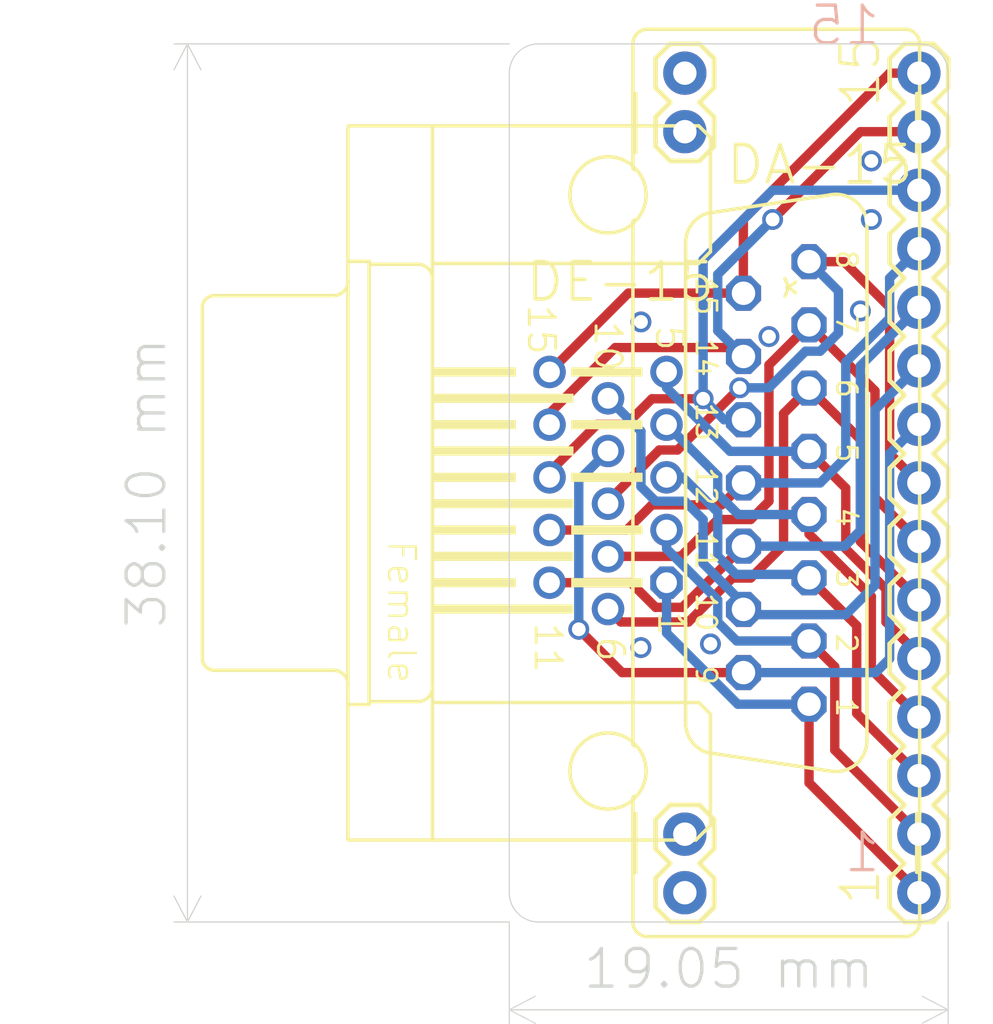
<source format=kicad_pcb>
(kicad_pcb (version 20241229) (generator "pcbnew") (generator_version "9.0")
  (layers (0 "F.Cu" signal) (2 "B.Cu" signal) (13 "F.Paste" user) (15 "B.Paste" user) (5 "F.SilkS" user "F.Silkscreen") (7 "B.SilkS" user "B.Silkscreen") (1 "F.Mask" user) (3 "B.Mask" user) (25 "Edge.Cuts" user))
  (net 0 "")
  (net 1 "1")
  (net 2 "2")
  (net 3 "3")
  (net 4 "4")
  (net 5 "5")
  (net 6 "6")
  (net 7 "7")
  (net 8 "8")
  (net 9 "9")
  (net 10 "15")
  (net 11 "14")
  (net 12 "13")
  (net 13 "12")
  (net 14 "11")
  (net 15 "10")
  (net 16 "SHIELD")
  (footprint "DA-15_DB-9_DE-15:dummyfp1" (layer "F.Cu") (at 150.4061 88.33485)
    (property "Reference" "UNK_HOLE_1" (hide yes))
    (property "Value" "")
    (pad "" np_thru_hole circle (at 0 0) (size 3.2 3.2) (drill 3.2) (layers "*.Cu" "*.Mask"))
  )
  (footprint "DA-15_DB-9_DE-15:dummyfp2" (layer "F.Cu") (at 150.56485 96.58985)
    (property "Reference" "UNK_HOLE_2" (hide yes))
    (property "Value" "")
    (pad "" np_thru_hole circle (at 0 0) (size 0.8 0.8) (drill 0.8) (layers "*.Cu" "*.Mask"))
  )
  (footprint "DA-15_DB-9_DE-15:HDF15H" (layer "F.Cu") (at 143.26235 105.0036 -90)
    (property "Reference" "DE-15" (at -7.77875 3.65125 0) (layer "F.SilkS") (effects (font (size 1.61798 1.61798) (thickness 0.16002)) (justify left bottom)))
    (property "Value" "")
    (fp_line (start 7.62 17.607) (end -7.62 17.607) (stroke (width 0.1524)) (layer "F.SilkS"))
    (fp_line (start -8.128 11.919) (end -8.128 17.099) (stroke (width 0.1524)) (layer "F.SilkS"))
    (fp_line (start 8.128 11.919) (end 8.128 17.099) (stroke (width 0.1524)) (layer "F.SilkS"))
    (fp_line (start 15.476 11.294) (end -15.38 11.294) (stroke (width 0.1524)) (layer "F.SilkS"))
    (fp_line (start -15.494 11.276) (end -15.494 7.62) (stroke (width 0.1524)) (layer "F.SilkS"))
    (fp_line (start -9.614 10.368) (end -9.614 11.276) (stroke (width 0.1524)) (layer "F.SilkS"))
    (fp_line (start -9.487 10.368) (end -9.614 10.368) (stroke (width 0.1524)) (layer "F.SilkS"))
    (fp_line (start 9.487 10.368) (end -9.487 10.368) (stroke (width 0.1524)) (layer "F.SilkS"))
    (fp_line (start 9.614 10.368) (end 9.614 11.276) (stroke (width 0.1524)) (layer "F.SilkS"))
    (fp_line (start 9.614 10.368) (end 9.487 10.368) (stroke (width 0.1524)) (layer "F.SilkS"))
    (fp_line (start -9.487 8.255) (end -9.487 10.368) (stroke (width 0.1524)) (layer "F.SilkS"))
    (fp_line (start 9.487 8.255) (end 9.487 10.368) (stroke (width 0.1524)) (layer "F.SilkS"))
    (fp_line (start 15.475 7.62) (end -15.494 7.62) (stroke (width 0.1524)) (layer "F.SilkS"))
    (fp_line (start 15.494 -3.81) (end 15.494 11.276) (stroke (width 0.1524)) (layer "F.SilkS"))
    (fp_line (start -15.494 -3.937) (end -15.494 7.62) (stroke (width 0.1524)) (layer "F.SilkS"))
    (fp_line (start -9.525 -3.937) (end -9.525 7.62) (stroke (width 0.1524)) (layer "F.SilkS"))
    (fp_line (start -9.525 -3.937) (end -10.033 -4.445) (stroke (width 0.1524)) (layer "F.SilkS"))
    (fp_line (start 9.525 -3.937) (end 9.525 7.62) (stroke (width 0.1524)) (layer "F.SilkS"))
    (fp_line (start -14.986 -4.445) (end -15.494 -3.937) (stroke (width 0.1524)) (layer "F.SilkS"))
    (fp_line (start -10.033 -4.445) (end -14.986 -4.445) (stroke (width 0.1524)) (layer "F.SilkS"))
    (fp_line (start 10.033 -4.445) (end 9.525 -3.937) (stroke (width 0.1524)) (layer "F.SilkS"))
    (fp_line (start 10.033 -4.445) (end 14.859 -4.445) (stroke (width 0.1524)) (layer "F.SilkS"))
    (fp_line (start 14.859 -4.445) (end 15.494 -3.81) (stroke (width 0.1524)) (layer "F.SilkS"))
    (fp_arc (start -7.62 17.607) (mid -7.97921 17.45821) (end -8.128 17.099) (stroke (width 0.1524)) (layer "F.SilkS"))
    (fp_arc (start 8.128 17.099) (mid 7.97921 17.45821) (end 7.62 17.607) (stroke (width 0.1524)) (layer "F.SilkS"))
    (fp_arc (start 8.128 11.919) (mid 8.313987 11.469987) (end 8.763 11.284) (stroke (width 0.1524)) (layer "F.SilkS"))
    (fp_arc (start -8.763 11.284) (mid -8.313987 11.469987) (end -8.128 11.919) (stroke (width 0.1524)) (layer "F.SilkS"))
    (fp_arc (start -9.487 8.255) (mid -9.301013 7.805987) (end -8.852 7.62) (stroke (width 0.1524)) (layer "F.SilkS"))
    (fp_arc (start 8.852 7.62) (mid 9.301013 7.805987) (end 9.487 8.255) (stroke (width 0.1524)) (layer "F.SilkS"))
    (fp_circle (center -12.5 0) (end -10.849 0) (stroke (width 0.1524)) (fill no) (layer "F.SilkS"))
    (fp_circle (center 12.5 0) (end 14.151 0) (stroke (width 0.1524)) (fill no) (layer "F.SilkS"))
    (fp_poly (pts (xy -5.015 7.6) (xy -4.615 7.6) (xy -4.615 4) (xy -5.015 4)) (fill yes) (layer "F.SilkS"))
    (fp_poly (pts (xy -3.872 7.6) (xy -3.472 7.6) (xy -3.472 1.5) (xy -3.872 1.5)) (fill yes) (layer "F.SilkS"))
    (fp_poly (pts (xy -2.729 7.6) (xy -2.329 7.6) (xy -2.329 4) (xy -2.729 4)) (fill yes) (layer "F.SilkS"))
    (fp_poly (pts (xy -1.586 7.6) (xy -1.186 7.6) (xy -1.186 1.5) (xy -1.586 1.5)) (fill yes) (layer "F.SilkS"))
    (fp_poly (pts (xy -0.443 7.6) (xy -0.043 7.6) (xy -0.043 4) (xy -0.443 4)) (fill yes) (layer "F.SilkS"))
    (fp_poly (pts (xy 0.7 7.6) (xy 1.1 7.6) (xy 1.1 1.5) (xy 0.7 1.5)) (fill yes) (layer "F.SilkS"))
    (fp_poly (pts (xy 1.843 7.6) (xy 2.243 7.6) (xy 2.243 4) (xy 1.843 4)) (fill yes) (layer "F.SilkS"))
    (fp_poly (pts (xy 2.986 7.6) (xy 3.386 7.6) (xy 3.386 1.5) (xy 2.986 1.5)) (fill yes) (layer "F.SilkS"))
    (fp_poly (pts (xy 4.129 7.6) (xy 4.529 7.6) (xy 4.529 4) (xy 4.129 4)) (fill yes) (layer "F.SilkS"))
    (fp_poly (pts (xy 5.272 7.6) (xy 5.672 7.6) (xy 5.672 1.5) (xy 5.272 1.5)) (fill yes) (layer "F.SilkS"))
    (fp_poly (pts (xy -5.015 1.6) (xy -4.615 1.6) (xy -4.615 -1.5) (xy -5.015 -1.5)) (fill yes) (layer "F.SilkS"))
    (fp_poly (pts (xy -2.729 1.6) (xy -2.329 1.6) (xy -2.329 -1.5) (xy -2.729 -1.5)) (fill yes) (layer "F.SilkS"))
    (fp_poly (pts (xy -0.443 1.6) (xy -0.043 1.6) (xy -0.043 -1.5) (xy -0.443 -1.5)) (fill yes) (layer "F.SilkS"))
    (fp_poly (pts (xy 1.843 1.6) (xy 2.243 1.6) (xy 2.243 -1.5) (xy 1.843 -1.5)) (fill yes) (layer "F.SilkS"))
    (fp_poly (pts (xy 4.129 1.6) (xy 4.529 1.6) (xy 4.529 -1.5) (xy 4.129 -1.5)) (fill yes) (layer "F.SilkS"))
    (fp_text user "6" (at 6.58 0.565 270) (layer "F.SilkS") (effects (font (size 1.143 1.143) (thickness 0.127)) (justify left bottom)))
    (fp_text user "11" (at 5.98 3.265 270) (layer "F.SilkS") (effects (font (size 1.143 1.143) (thickness 0.127)) (justify left bottom)))
    (fp_text user "10" (at -7.115 0.665 270) (layer "F.SilkS") (effects (font (size 1.143 1.143) (thickness 0.127)) (justify left bottom)))
    (fp_text user "Female" (at 2.413 9.652 270) (layer "F.SilkS") (effects (font (size 1.1684 1.1684) (thickness 0.1016)) (justify left bottom)))
    (fp_text user "15" (at -7.82 3.565 270) (layer "F.SilkS") (effects (font (size 1.143 1.143) (thickness 0.127)) (justify left bottom)))
    (fp_text user "1" (at 5.48 -2.095 270) (layer "F.SilkS") (effects (font (size 1.143 1.143) (thickness 0.127)) (justify left bottom)))
    (fp_text user "5" (at -6.915 -1.995 270) (layer "F.SilkS") (effects (font (size 1.143 1.143) (thickness 0.127)) (justify left bottom)))
    (pad "" np_thru_hole circle (at -12.5 0 270) (size 3 3) (drill 3) (layers "*.Cu" "*.Mask"))
    (pad "" np_thru_hole circle (at 12.5 0 270) (size 3 3) (drill 3) (layers "*.Cu" "*.Mask"))
    (pad "1" thru_hole roundrect (at 4.329 -2.54 270) (size 1.408 1.408) (drill 0.9) (layers "*.Cu" "*.Mask") (chamfer_ratio 0.2928932188) (chamfer top_left top_right bottom_left bottom_right) (net 1 "1"))
    (pad "2" thru_hole circle (at 2.043 -2.54 270) (size 1.408 1.408) (drill 0.9) (layers "*.Cu" "*.Mask") (net 2 "2"))
    (pad "3" thru_hole circle (at -0.243 -2.54 270) (size 1.408 1.408) (drill 0.9) (layers "*.Cu" "*.Mask") (net 3 "3"))
    (pad "4" thru_hole circle (at -2.529 -2.54 270) (size 1.408 1.408) (drill 0.9) (layers "*.Cu" "*.Mask") (net 4 "4"))
    (pad "5" thru_hole circle (at -4.815 -2.54 270) (size 1.408 1.408) (drill 0.9) (layers "*.Cu" "*.Mask") (net 5 "5"))
    (pad "6" thru_hole circle (at 5.472 0 270) (size 1.408 1.408) (drill 0.9) (layers "*.Cu" "*.Mask") (net 6 "6"))
    (pad "7" thru_hole circle (at 3.186 0 270) (size 1.408 1.408) (drill 0.9) (layers "*.Cu" "*.Mask") (net 7 "7"))
    (pad "8" thru_hole circle (at 0.9 0 270) (size 1.408 1.408) (drill 0.9) (layers "*.Cu" "*.Mask") (net 8 "8"))
    (pad "9" thru_hole circle (at -1.386 0 270) (size 1.408 1.408) (drill 0.9) (layers "*.Cu" "*.Mask") (net 9 "9"))
    (pad "10" thru_hole circle (at -3.672 0 270) (size 1.408 1.408) (drill 0.9) (layers "*.Cu" "*.Mask") (net 15 "10"))
    (pad "11" thru_hole circle (at 4.329 2.54 270) (size 1.408 1.408) (drill 0.9) (layers "*.Cu" "*.Mask") (net 14 "11"))
    (pad "12" thru_hole circle (at 2.043 2.54 270) (size 1.408 1.408) (drill 0.9) (layers "*.Cu" "*.Mask") (net 13 "12"))
    (pad "13" thru_hole circle (at -0.243 2.54 270) (size 1.408 1.408) (drill 0.9) (layers "*.Cu" "*.Mask") (net 12 "13"))
    (pad "14" thru_hole circle (at -2.529 2.54 270) (size 1.408 1.408) (drill 0.9) (layers "*.Cu" "*.Mask") (net 11 "14"))
    (pad "15" thru_hole circle (at -4.815 2.54 270) (size 1.408 1.408) (drill 0.9) (layers "*.Cu" "*.Mask") (net 10 "15"))
  )
  (footprint "DA-15_DB-9_DE-15:1X15" (layer "F.Cu") (at 156.7561 122.7836 90)
    (property "Reference" "HEADER0" (hide yes))
    (property "Value" "")
    (fp_line (start 36.195 -1.27) (end 36.83 -0.635) (stroke (width 0.2032)) (layer "F.SilkS"))
    (fp_line (start 34.925 -1.27) (end 36.195 -1.27) (stroke (width 0.2032)) (layer "F.SilkS"))
    (fp_line (start 34.925 -1.27) (end 34.29 -0.635) (stroke (width 0.2032)) (layer "F.SilkS"))
    (fp_line (start 33.655 -1.27) (end 34.29 -0.635) (stroke (width 0.2032)) (layer "F.SilkS"))
    (fp_line (start 32.385 -1.27) (end 33.655 -1.27) (stroke (width 0.2032)) (layer "F.SilkS"))
    (fp_line (start 32.385 -1.27) (end 31.75 -0.635) (stroke (width 0.2032)) (layer "F.SilkS"))
    (fp_line (start 31.115 -1.27) (end 31.75 -0.635) (stroke (width 0.2032)) (layer "F.SilkS"))
    (fp_line (start 29.845 -1.27) (end 31.115 -1.27) (stroke (width 0.2032)) (layer "F.SilkS"))
    (fp_line (start 28.575 -1.27) (end 29.21 -0.635) (stroke (width 0.2032)) (layer "F.SilkS"))
    (fp_line (start 27.305 -1.27) (end 28.575 -1.27) (stroke (width 0.2032)) (layer "F.SilkS"))
    (fp_line (start 26.035 -1.27) (end 26.67 -0.635) (stroke (width 0.2032)) (layer "F.SilkS"))
    (fp_line (start 24.765 -1.27) (end 26.035 -1.27) (stroke (width 0.2032)) (layer "F.SilkS"))
    (fp_line (start 24.765 -1.27) (end 24.13 -0.635) (stroke (width 0.2032)) (layer "F.SilkS"))
    (fp_line (start 23.495 -1.27) (end 24.13 -0.635) (stroke (width 0.2032)) (layer "F.SilkS"))
    (fp_line (start 22.225 -1.27) (end 23.495 -1.27) (stroke (width 0.2032)) (layer "F.SilkS"))
    (fp_line (start 20.955 -1.27) (end 21.59 -0.635) (stroke (width 0.2032)) (layer "F.SilkS"))
    (fp_line (start 19.685 -1.27) (end 20.955 -1.27) (stroke (width 0.2032)) (layer "F.SilkS"))
    (fp_line (start 18.415 -1.27) (end 19.05 -0.635) (stroke (width 0.2032)) (layer "F.SilkS"))
    (fp_line (start 17.145 -1.27) (end 18.415 -1.27) (stroke (width 0.2032)) (layer "F.SilkS"))
    (fp_line (start 17.145 -1.27) (end 16.51 -0.635) (stroke (width 0.2032)) (layer "F.SilkS"))
    (fp_line (start 15.875 -1.27) (end 16.51 -0.635) (stroke (width 0.2032)) (layer "F.SilkS"))
    (fp_line (start 14.605 -1.27) (end 15.875 -1.27) (stroke (width 0.2032)) (layer "F.SilkS"))
    (fp_line (start 14.605 -1.27) (end 13.97 -0.635) (stroke (width 0.2032)) (layer "F.SilkS"))
    (fp_line (start 13.335 -1.27) (end 13.97 -0.635) (stroke (width 0.2032)) (layer "F.SilkS"))
    (fp_line (start 12.065 -1.27) (end 13.335 -1.27) (stroke (width 0.2032)) (layer "F.SilkS"))
    (fp_line (start 10.795 -1.27) (end 11.43 -0.635) (stroke (width 0.2032)) (layer "F.SilkS"))
    (fp_line (start 9.525 -1.27) (end 10.795 -1.27) (stroke (width 0.2032)) (layer "F.SilkS"))
    (fp_line (start 8.255 -1.27) (end 8.89 -0.635) (stroke (width 0.2032)) (layer "F.SilkS"))
    (fp_line (start 6.985 -1.27) (end 8.255 -1.27) (stroke (width 0.2032)) (layer "F.SilkS"))
    (fp_line (start 6.985 -1.27) (end 6.35 -0.635) (stroke (width 0.2032)) (layer "F.SilkS"))
    (fp_line (start 5.715 -1.27) (end 6.35 -0.635) (stroke (width 0.2032)) (layer "F.SilkS"))
    (fp_line (start 4.445 -1.27) (end 5.715 -1.27) (stroke (width 0.2032)) (layer "F.SilkS"))
    (fp_line (start 3.175 -1.27) (end 3.81 -0.635) (stroke (width 0.2032)) (layer "F.SilkS"))
    (fp_line (start 1.905 -1.27) (end 3.175 -1.27) (stroke (width 0.2032)) (layer "F.SilkS"))
    (fp_line (start 0.635 -1.27) (end 1.27 -0.635) (stroke (width 0.2032)) (layer "F.SilkS"))
    (fp_line (start -0.635 -1.27) (end 0.635 -1.27) (stroke (width 0.2032)) (layer "F.SilkS"))
    (fp_line (start -0.635 -1.27) (end -1.27 -0.635) (stroke (width 0.2032)) (layer "F.SilkS"))
    (fp_line (start 36.83 -0.635) (end 36.83 0.635) (stroke (width 0.2032)) (layer "F.SilkS"))
    (fp_line (start 29.21 -0.635) (end 29.845 -1.27) (stroke (width 0.2032)) (layer "F.SilkS"))
    (fp_line (start 26.67 -0.635) (end 27.305 -1.27) (stroke (width 0.2032)) (layer "F.SilkS"))
    (fp_line (start 21.59 -0.635) (end 22.225 -1.27) (stroke (width 0.2032)) (layer "F.SilkS"))
    (fp_line (start 19.05 -0.635) (end 19.685 -1.27) (stroke (width 0.2032)) (layer "F.SilkS"))
    (fp_line (start 11.43 -0.635) (end 12.065 -1.27) (stroke (width 0.2032)) (layer "F.SilkS"))
    (fp_line (start 8.89 -0.635) (end 9.525 -1.27) (stroke (width 0.2032)) (layer "F.SilkS"))
    (fp_line (start 3.81 -0.635) (end 4.445 -1.27) (stroke (width 0.2032)) (layer "F.SilkS"))
    (fp_line (start 1.27 -0.635) (end 1.905 -1.27) (stroke (width 0.2032)) (layer "F.SilkS"))
    (fp_line (start -1.27 -0.635) (end -1.27 0.635) (stroke (width 0.2032)) (layer "F.SilkS"))
    (fp_line (start 36.83 0.635) (end 36.195 1.27) (stroke (width 0.2032)) (layer "F.SilkS"))
    (fp_line (start 34.29 0.635) (end 34.925 1.27) (stroke (width 0.2032)) (layer "F.SilkS"))
    (fp_line (start 34.29 0.635) (end 33.655 1.27) (stroke (width 0.2032)) (layer "F.SilkS"))
    (fp_line (start 31.75 0.635) (end 32.385 1.27) (stroke (width 0.2032)) (layer "F.SilkS"))
    (fp_line (start 31.75 0.635) (end 31.115 1.27) (stroke (width 0.2032)) (layer "F.SilkS"))
    (fp_line (start 29.21 0.635) (end 28.575 1.27) (stroke (width 0.2032)) (layer "F.SilkS"))
    (fp_line (start 26.67 0.635) (end 26.035 1.27) (stroke (width 0.2032)) (layer "F.SilkS"))
    (fp_line (start 24.13 0.635) (end 24.765 1.27) (stroke (width 0.2032)) (layer "F.SilkS"))
    (fp_line (start 24.13 0.635) (end 23.495 1.27) (stroke (width 0.2032)) (layer "F.SilkS"))
    (fp_line (start 21.59 0.635) (end 20.955 1.27) (stroke (width 0.2032)) (layer "F.SilkS"))
    (fp_line (start 19.05 0.635) (end 18.415 1.27) (stroke (width 0.2032)) (layer "F.SilkS"))
    (fp_line (start 16.51 0.635) (end 17.145 1.27) (stroke (width 0.2032)) (layer "F.SilkS"))
    (fp_line (start 16.51 0.635) (end 15.875 1.27) (stroke (width 0.2032)) (layer "F.SilkS"))
    (fp_line (start 13.97 0.635) (end 14.605 1.27) (stroke (width 0.2032)) (layer "F.SilkS"))
    (fp_line (start 13.97 0.635) (end 13.335 1.27) (stroke (width 0.2032)) (layer "F.SilkS"))
    (fp_line (start 11.43 0.635) (end 10.795 1.27) (stroke (width 0.2032)) (layer "F.SilkS"))
    (fp_line (start 8.89 0.635) (end 8.255 1.27) (stroke (width 0.2032)) (layer "F.SilkS"))
    (fp_line (start 6.35 0.635) (end 6.985 1.27) (stroke (width 0.2032)) (layer "F.SilkS"))
    (fp_line (start 6.35 0.635) (end 5.715 1.27) (stroke (width 0.2032)) (layer "F.SilkS"))
    (fp_line (start 3.81 0.635) (end 3.175 1.27) (stroke (width 0.2032)) (layer "F.SilkS"))
    (fp_line (start 1.27 0.635) (end 0.635 1.27) (stroke (width 0.2032)) (layer "F.SilkS"))
    (fp_line (start -1.27 0.635) (end -0.635 1.27) (stroke (width 0.2032)) (layer "F.SilkS"))
    (fp_line (start 36.195 1.27) (end 34.925 1.27) (stroke (width 0.2032)) (layer "F.SilkS"))
    (fp_line (start 33.655 1.27) (end 32.385 1.27) (stroke (width 0.2032)) (layer "F.SilkS"))
    (fp_line (start 31.115 1.27) (end 29.845 1.27) (stroke (width 0.2032)) (layer "F.SilkS"))
    (fp_line (start 29.845 1.27) (end 29.21 0.635) (stroke (width 0.2032)) (layer "F.SilkS"))
    (fp_line (start 28.575 1.27) (end 27.305 1.27) (stroke (width 0.2032)) (layer "F.SilkS"))
    (fp_line (start 27.305 1.27) (end 26.67 0.635) (stroke (width 0.2032)) (layer "F.SilkS"))
    (fp_line (start 26.035 1.27) (end 24.765 1.27) (stroke (width 0.2032)) (layer "F.SilkS"))
    (fp_line (start 23.495 1.27) (end 22.225 1.27) (stroke (width 0.2032)) (layer "F.SilkS"))
    (fp_line (start 22.225 1.27) (end 21.59 0.635) (stroke (width 0.2032)) (layer "F.SilkS"))
    (fp_line (start 20.955 1.27) (end 19.685 1.27) (stroke (width 0.2032)) (layer "F.SilkS"))
    (fp_line (start 19.685 1.27) (end 19.05 0.635) (stroke (width 0.2032)) (layer "F.SilkS"))
    (fp_line (start 18.415 1.27) (end 17.145 1.27) (stroke (width 0.2032)) (layer "F.SilkS"))
    (fp_line (start 15.875 1.27) (end 14.605 1.27) (stroke (width 0.2032)) (layer "F.SilkS"))
    (fp_line (start 13.335 1.27) (end 12.065 1.27) (stroke (width 0.2032)) (layer "F.SilkS"))
    (fp_line (start 12.065 1.27) (end 11.43 0.635) (stroke (width 0.2032)) (layer "F.SilkS"))
    (fp_line (start 10.795 1.27) (end 9.525 1.27) (stroke (width 0.2032)) (layer "F.SilkS"))
    (fp_line (start 9.525 1.27) (end 8.89 0.635) (stroke (width 0.2032)) (layer "F.SilkS"))
    (fp_line (start 8.255 1.27) (end 6.985 1.27) (stroke (width 0.2032)) (layer "F.SilkS"))
    (fp_line (start 5.715 1.27) (end 4.445 1.27) (stroke (width 0.2032)) (layer "F.SilkS"))
    (fp_line (start 4.445 1.27) (end 3.81 0.635) (stroke (width 0.2032)) (layer "F.SilkS"))
    (fp_line (start 3.175 1.27) (end 1.905 1.27) (stroke (width 0.2032)) (layer "F.SilkS"))
    (fp_line (start 1.905 1.27) (end 1.27 0.635) (stroke (width 0.2032)) (layer "F.SilkS"))
    (fp_line (start 0.635 1.27) (end -0.635 1.27) (stroke (width 0.2032)) (layer "F.SilkS"))
    (pad "1" thru_hole circle (at 0 0 180) (size 1.8796 1.8796) (drill 1.016) (layers "*.Cu" "*.Mask") (net 1 "1"))
    (pad "2" thru_hole circle (at 2.54 0 180) (size 1.8796 1.8796) (drill 1.016) (layers "*.Cu" "*.Mask") (net 2 "2"))
    (pad "3" thru_hole circle (at 5.08 0 180) (size 1.8796 1.8796) (drill 1.016) (layers "*.Cu" "*.Mask") (net 3 "3"))
    (pad "4" thru_hole circle (at 7.62 0 180) (size 1.8796 1.8796) (drill 1.016) (layers "*.Cu" "*.Mask") (net 4 "4"))
    (pad "5" thru_hole circle (at 10.16 0 180) (size 1.8796 1.8796) (drill 1.016) (layers "*.Cu" "*.Mask") (net 5 "5"))
    (pad "6" thru_hole circle (at 12.7 0 180) (size 1.8796 1.8796) (drill 1.016) (layers "*.Cu" "*.Mask") (net 6 "6"))
    (pad "7" thru_hole circle (at 15.24 0 180) (size 1.8796 1.8796) (drill 1.016) (layers "*.Cu" "*.Mask") (net 7 "7"))
    (pad "8" thru_hole circle (at 17.78 0 180) (size 1.8796 1.8796) (drill 1.016) (layers "*.Cu" "*.Mask") (net 8 "8"))
    (pad "9" thru_hole circle (at 20.32 0 180) (size 1.8796 1.8796) (drill 1.016) (layers "*.Cu" "*.Mask") (net 9 "9"))
    (pad "10" thru_hole circle (at 22.86 0 180) (size 1.8796 1.8796) (drill 1.016) (layers "*.Cu" "*.Mask") (net 15 "10"))
    (pad "11" thru_hole circle (at 25.4 0 180) (size 1.8796 1.8796) (drill 1.016) (layers "*.Cu" "*.Mask") (net 14 "11"))
    (pad "12" thru_hole circle (at 27.94 0 180) (size 1.8796 1.8796) (drill 1.016) (layers "*.Cu" "*.Mask") (net 13 "12"))
    (pad "13" thru_hole circle (at 30.48 0 180) (size 1.8796 1.8796) (drill 1.016) (layers "*.Cu" "*.Mask") (net 12 "13"))
    (pad "14" thru_hole circle (at 33.02 0 180) (size 1.8796 1.8796) (drill 1.016) (layers "*.Cu" "*.Mask") (net 11 "14"))
    (pad "15" thru_hole circle (at 35.56 0 180) (size 1.8796 1.8796) (drill 1.016) (layers "*.Cu" "*.Mask") (net 10 "15"))
  )
  (footprint "DA-15_DB-9_DE-15:1X02" (layer "F.Cu") (at 146.5961 87.2236 -90)
    (property "Reference" "RAIL2" (hide yes))
    (property "Value" "")
    (fp_line (start 0.635 1.27) (end -0.635 1.27) (stroke (width 0.2032)) (layer "F.SilkS"))
    (fp_line (start 1.905 1.27) (end 1.27 0.635) (stroke (width 0.2032)) (layer "F.SilkS"))
    (fp_line (start 3.175 1.27) (end 1.905 1.27) (stroke (width 0.2032)) (layer "F.SilkS"))
    (fp_line (start -1.27 0.635) (end -0.635 1.27) (stroke (width 0.2032)) (layer "F.SilkS"))
    (fp_line (start 1.27 0.635) (end 0.635 1.27) (stroke (width 0.2032)) (layer "F.SilkS"))
    (fp_line (start 3.81 0.635) (end 3.175 1.27) (stroke (width 0.2032)) (layer "F.SilkS"))
    (fp_line (start -1.27 -0.635) (end -1.27 0.635) (stroke (width 0.2032)) (layer "F.SilkS"))
    (fp_line (start 1.27 -0.635) (end 1.905 -1.27) (stroke (width 0.2032)) (layer "F.SilkS"))
    (fp_line (start 3.81 -0.635) (end 3.81 0.635) (stroke (width 0.2032)) (layer "F.SilkS"))
    (fp_line (start -0.635 -1.27) (end -1.27 -0.635) (stroke (width 0.2032)) (layer "F.SilkS"))
    (fp_line (start -0.635 -1.27) (end 0.635 -1.27) (stroke (width 0.2032)) (layer "F.SilkS"))
    (fp_line (start 0.635 -1.27) (end 1.27 -0.635) (stroke (width 0.2032)) (layer "F.SilkS"))
    (fp_line (start 1.905 -1.27) (end 3.175 -1.27) (stroke (width 0.2032)) (layer "F.SilkS"))
    (fp_line (start 3.175 -1.27) (end 3.81 -0.635) (stroke (width 0.2032)) (layer "F.SilkS"))
    (pad "1" thru_hole circle (at 0 0) (size 1.8796 1.8796) (drill 1.016) (layers "*.Cu" "*.Mask") (net 16 "SHIELD"))
    (pad "2" thru_hole circle (at 2.54 0) (size 1.8796 1.8796) (drill 1.016) (layers "*.Cu" "*.Mask") (net 16 "SHIELD"))
  )
  (footprint "DA-15_DB-9_DE-15:F15VB" (layer "F.Cu") (at 150.56485 105.0036 90)
    (property "Reference" "DA-15" (at 12.85875 -2.25425 0) (layer "F.SilkS") (effects (font (size 1.61798 1.61798) (thickness 0.16002)) (justify left bottom)))
    (property "Value" "")
    (fp_line (start 19.05 -6.223) (end 16.891 -6.223) (stroke (width 0.1524)) (layer "F.SilkS"))
    (fp_line (start 16.891 -6.223) (end 14.351 -6.223) (stroke (width 0.1524)) (layer "F.SilkS"))
    (fp_line (start 16.891 -6.223) (end 16.891 -6.096) (stroke (width 0.1524)) (layer "F.SilkS"))
    (fp_line (start 14.351 -6.223) (end -14.351 -6.223) (stroke (width 0.1524)) (layer "F.SilkS"))
    (fp_line (start -14.351 -6.223) (end -16.891 -6.223) (stroke (width 0.1524)) (layer "F.SilkS"))
    (fp_line (start -14.351 -6.223) (end -14.351 -6.096) (stroke (width 0.1524)) (layer "F.SilkS"))
    (fp_line (start -16.891 -6.223) (end -19.05 -6.223) (stroke (width 0.1524)) (layer "F.SilkS"))
    (fp_line (start 16.891 -6.096) (end 14.351 -6.096) (stroke (width 0.1524)) (layer "F.SilkS"))
    (fp_line (start 14.351 -6.096) (end 14.351 -6.223) (stroke (width 0.1524)) (layer "F.SilkS"))
    (fp_line (start -14.351 -6.096) (end -16.891 -6.096) (stroke (width 0.1524)) (layer "F.SilkS"))
    (fp_line (start -16.891 -6.096) (end -16.891 -6.223) (stroke (width 0.1524)) (layer "F.SilkS"))
    (fp_line (start 10.414 -3.937) (end -10.414 -3.937) (stroke (width 0.1524)) (layer "F.SilkS"))
    (fp_line (start 11.7094 -2.9464) (end 12.4968 2.3368) (stroke (width 0.1524)) (layer "F.SilkS"))
    (fp_line (start -12.4968 2.3114) (end -11.7094 -2.921) (stroke (width 0.1524)) (layer "F.SilkS"))
    (fp_line (start 11.176 3.937) (end -11.176 3.937) (stroke (width 0.1524)) (layer "F.SilkS"))
    (fp_line (start 19.685 5.588) (end 19.685 -5.588) (stroke (width 0.1524)) (layer "F.SilkS"))
    (fp_line (start -19.685 5.588) (end -19.685 -5.588) (stroke (width 0.1524)) (layer "F.SilkS"))
    (fp_line (start 16.891 6.096) (end 14.351 6.096) (stroke (width 0.1524)) (layer "F.SilkS"))
    (fp_line (start 14.351 6.096) (end 14.351 6.223) (stroke (width 0.1524)) (layer "F.SilkS"))
    (fp_line (start -14.351 6.096) (end -16.891 6.096) (stroke (width 0.1524)) (layer "F.SilkS"))
    (fp_line (start -16.891 6.096) (end -16.891 6.223) (stroke (width 0.1524)) (layer "F.SilkS"))
    (fp_line (start 16.891 6.223) (end 16.891 6.096) (stroke (width 0.1524)) (layer "F.SilkS"))
    (fp_line (start 16.891 6.223) (end 19.05 6.223) (stroke (width 0.1524)) (layer "F.SilkS"))
    (fp_line (start 14.351 6.223) (end 16.891 6.223) (stroke (width 0.1524)) (layer "F.SilkS"))
    (fp_line (start -14.351 6.223) (end -14.351 6.096) (stroke (width 0.1524)) (layer "F.SilkS"))
    (fp_line (start -14.351 6.223) (end 14.351 6.223) (stroke (width 0.1524)) (layer "F.SilkS"))
    (fp_line (start -16.891 6.223) (end -14.351 6.223) (stroke (width 0.1524)) (layer "F.SilkS"))
    (fp_line (start -19.05 6.223) (end -16.891 6.223) (stroke (width 0.1524)) (layer "F.SilkS"))
    (fp_arc (start 19.05 -6.223) (mid 19.499013 -6.037013) (end 19.685 -5.588) (stroke (width 0.1524)) (layer "F.SilkS"))
    (fp_arc (start -19.685 -5.588) (mid -19.499013 -6.037013) (end -19.05 -6.223) (stroke (width 0.1524)) (layer "F.SilkS"))
    (fp_arc (start 10.414 -3.937) (mid 11.2375 -3.655745) (end 11.7169 -2.9295) (stroke (width 0.1524)) (layer "F.SilkS"))
    (fp_arc (start -11.7227 -2.905) (mid -11.247255 -3.647874) (end -10.413999 -3.936999) (stroke (width 0.1524)) (layer "F.SilkS"))
    (fp_arc (start 12.4961 2.3268) (mid 12.217082 3.444284) (end 11.176 3.937) (stroke (width 0.1524)) (layer "F.SilkS"))
    (fp_arc (start -11.175998 3.937) (mid -12.224555 3.435185) (end -12.4915 2.3038) (stroke (width 0.1524)) (layer "F.SilkS"))
    (fp_arc (start 19.685 5.588) (mid 19.499013 6.037013) (end 19.05 6.223) (stroke (width 0.1524)) (layer "F.SilkS"))
    (fp_arc (start -19.05 6.223) (mid -19.499013 6.037013) (end -19.685 5.588) (stroke (width 0.1524)) (layer "F.SilkS"))
    (fp_text user "14" (at 6.35 -3.556 270) (layer "F.SilkS") (effects (font (size 0.871728 0.871728) (thickness 0.118872)) (justify left bottom)))
    (fp_text user "6" (at 4.5974 2.54 270) (layer "F.SilkS") (effects (font (size 0.871728 0.871728) (thickness 0.118872)) (justify left bottom)))
    (fp_text user "4" (at -0.9906 2.54 270) (layer "F.SilkS") (effects (font (size 0.871728 0.871728) (thickness 0.118872)) (justify left bottom)))
    (fp_text user "8" (at 10.1854 2.54 270) (layer "F.SilkS") (effects (font (size 0.871728 0.871728) (thickness 0.118872)) (justify left bottom)))
    (fp_text user "12" (at 0.762 -3.556 270) (layer "F.SilkS") (effects (font (size 0.871728 0.871728) (thickness 0.118872)) (justify left bottom)))
    (fp_text user "10" (at -4.699 -3.556 270) (layer "F.SilkS") (effects (font (size 0.871728 0.871728) (thickness 0.118872)) (justify left bottom)))
    (fp_text user "7" (at 7.3914 2.54 270) (layer "F.SilkS") (effects (font (size 0.871728 0.871728) (thickness 0.118872)) (justify left bottom)))
    (fp_text user "15" (at 9.017 -3.556 270) (layer "F.SilkS") (effects (font (size 0.871728 0.871728) (thickness 0.118872)) (justify left bottom)))
    (fp_text user "11" (at -2.032 -3.556 270) (layer "F.SilkS") (effects (font (size 0.871728 0.871728) (thickness 0.118872)) (justify left bottom)))
    (fp_text user "13" (at 3.556 -3.556 270) (layer "F.SilkS") (effects (font (size 0.871728 0.871728) (thickness 0.118872)) (justify left bottom)))
    (fp_text user "5" (at 1.8034 2.54 270) (layer "F.SilkS") (effects (font (size 0.871728 0.871728) (thickness 0.118872)) (justify left bottom)))
    (fp_text user "9" (at -7.8486 -3.556 270) (layer "F.SilkS") (effects (font (size 0.871728 0.871728) (thickness 0.118872)) (justify left bottom)))
    (fp_text user "1" (at -9.2456 2.54 270) (layer "F.SilkS") (effects (font (size 0.871728 0.871728) (thickness 0.118872)) (justify left bottom)))
    (fp_text user "2" (at -6.4516 2.54 270) (layer "F.SilkS") (effects (font (size 0.871728 0.871728) (thickness 0.118872)) (justify left bottom)))
    (fp_text user "3" (at -3.6576 2.54 270) (layer "F.SilkS") (effects (font (size 0.871728 0.871728) (thickness 0.118872)) (justify left bottom)))
    (pad "1" thru_hole roundrect (at -9.6012 1.4224 90) (size 1.524 1.524) (drill 1.016) (layers "*.Cu" "*.Mask") (chamfer_ratio 0.2928932188) (chamfer top_left top_right bottom_left bottom_right) (net 1 "1"))
    (pad "2" thru_hole roundrect (at -6.858 1.4224 90) (size 1.524 1.524) (drill 1.016) (layers "*.Cu" "*.Mask") (chamfer_ratio 0.2928932188) (chamfer top_left top_right bottom_left bottom_right) (net 2 "2"))
    (pad "3" thru_hole roundrect (at -4.1148 1.4224 90) (size 1.524 1.524) (drill 1.016) (layers "*.Cu" "*.Mask") (chamfer_ratio 0.2928932188) (chamfer top_left top_right bottom_left bottom_right) (net 3 "3"))
    (pad "4" thru_hole roundrect (at -1.3716 1.4224 90) (size 1.524 1.524) (drill 1.016) (layers "*.Cu" "*.Mask") (chamfer_ratio 0.2928932188) (chamfer top_left top_right bottom_left bottom_right) (net 4 "4"))
    (pad "5" thru_hole roundrect (at 1.3716 1.4224 90) (size 1.524 1.524) (drill 1.016) (layers "*.Cu" "*.Mask") (chamfer_ratio 0.2928932188) (chamfer top_left top_right bottom_left bottom_right) (net 5 "5"))
    (pad "6" thru_hole roundrect (at 4.1148 1.4224 90) (size 1.524 1.524) (drill 1.016) (layers "*.Cu" "*.Mask") (chamfer_ratio 0.2928932188) (chamfer top_left top_right bottom_left bottom_right) (net 6 "6"))
    (pad "7" thru_hole roundrect (at 6.858 1.4224 90) (size 1.524 1.524) (drill 1.016) (layers "*.Cu" "*.Mask") (chamfer_ratio 0.2928932188) (chamfer top_left top_right bottom_left bottom_right) (net 7 "7"))
    (pad "8" thru_hole roundrect (at 9.6012 1.4224 90) (size 1.524 1.524) (drill 1.016) (layers "*.Cu" "*.Mask") (chamfer_ratio 0.2928932188) (chamfer top_left top_right bottom_left bottom_right) (net 8 "8"))
    (pad "9" thru_hole roundrect (at -8.2296 -1.4224 90) (size 1.524 1.524) (drill 1.016) (layers "*.Cu" "*.Mask") (chamfer_ratio 0.2928932188) (chamfer top_left top_right bottom_left bottom_right) (net 9 "9"))
    (pad "10" thru_hole roundrect (at -5.4864 -1.4224 90) (size 1.524 1.524) (drill 1.016) (layers "*.Cu" "*.Mask") (chamfer_ratio 0.2928932188) (chamfer top_left top_right bottom_left bottom_right) (net 15 "10"))
    (pad "11" thru_hole roundrect (at -2.7432 -1.4224 90) (size 1.524 1.524) (drill 1.016) (layers "*.Cu" "*.Mask") (chamfer_ratio 0.2928932188) (chamfer top_left top_right bottom_left bottom_right) (net 14 "11"))
    (pad "12" thru_hole roundrect (at 0 -1.4224 90) (size 1.524 1.524) (drill 1.016) (layers "*.Cu" "*.Mask") (chamfer_ratio 0.2928932188) (chamfer top_left top_right bottom_left bottom_right) (net 13 "12"))
    (pad "13" thru_hole roundrect (at 2.7432 -1.4224 90) (size 1.524 1.524) (drill 1.016) (layers "*.Cu" "*.Mask") (chamfer_ratio 0.2928932188) (chamfer top_left top_right bottom_left bottom_right) (net 12 "13"))
    (pad "14" thru_hole roundrect (at 5.4864 -1.4224 90) (size 1.524 1.524) (drill 1.016) (layers "*.Cu" "*.Mask") (chamfer_ratio 0.2928932188) (chamfer top_left top_right bottom_left bottom_right) (net 11 "14"))
    (pad "15" thru_hole roundrect (at 8.2296 -1.4224 90) (size 1.524 1.524) (drill 1.016) (layers "*.Cu" "*.Mask") (chamfer_ratio 0.2928932188) (chamfer top_left top_right bottom_left bottom_right) (net 10 "15"))
  )
  (footprint "DA-15_DB-9_DE-15:dummyfp0" (layer "F.Cu") (at 150.4061 121.67235)
    (property "Reference" "UNK_HOLE_0" (hide yes))
    (property "Value" "")
    (pad "" np_thru_hole circle (at 0 0) (size 3.2 3.2) (drill 3.2) (layers "*.Cu" "*.Mask"))
  )
  (footprint "DA-15_DB-9_DE-15:1X02" (layer "F.Cu") (at 146.5961 122.7836 90)
    (property "Reference" "RAIL1" (hide yes))
    (property "Value" "")
    (fp_line (start 3.175 -1.27) (end 3.81 -0.635) (stroke (width 0.2032)) (layer "F.SilkS"))
    (fp_line (start 1.905 -1.27) (end 3.175 -1.27) (stroke (width 0.2032)) (layer "F.SilkS"))
    (fp_line (start 0.635 -1.27) (end 1.27 -0.635) (stroke (width 0.2032)) (layer "F.SilkS"))
    (fp_line (start -0.635 -1.27) (end 0.635 -1.27) (stroke (width 0.2032)) (layer "F.SilkS"))
    (fp_line (start -0.635 -1.27) (end -1.27 -0.635) (stroke (width 0.2032)) (layer "F.SilkS"))
    (fp_line (start 3.81 -0.635) (end 3.81 0.635) (stroke (width 0.2032)) (layer "F.SilkS"))
    (fp_line (start 1.27 -0.635) (end 1.905 -1.27) (stroke (width 0.2032)) (layer "F.SilkS"))
    (fp_line (start -1.27 -0.635) (end -1.27 0.635) (stroke (width 0.2032)) (layer "F.SilkS"))
    (fp_line (start 3.81 0.635) (end 3.175 1.27) (stroke (width 0.2032)) (layer "F.SilkS"))
    (fp_line (start 1.27 0.635) (end 0.635 1.27) (stroke (width 0.2032)) (layer "F.SilkS"))
    (fp_line (start -1.27 0.635) (end -0.635 1.27) (stroke (width 0.2032)) (layer "F.SilkS"))
    (fp_line (start 3.175 1.27) (end 1.905 1.27) (stroke (width 0.2032)) (layer "F.SilkS"))
    (fp_line (start 1.905 1.27) (end 1.27 0.635) (stroke (width 0.2032)) (layer "F.SilkS"))
    (fp_line (start 0.635 1.27) (end -0.635 1.27) (stroke (width 0.2032)) (layer "F.SilkS"))
    (pad "1" thru_hole circle (at 0 0 180) (size 1.8796 1.8796) (drill 1.016) (layers "*.Cu" "*.Mask") (net 16 "SHIELD"))
    (pad "2" thru_hole circle (at 2.54 0 180) (size 1.8796 1.8796) (drill 1.016) (layers "*.Cu" "*.Mask") (net 16 "SHIELD"))
  )
  (gr_line (start 140.2461 124.0536) (end 156.7561 124.0536) (stroke (width 0.05)) (layer "Edge.Cuts"))
  (gr_arc (start 156.7561 85.9536) (mid 157.654126 86.325574) (end 158.0261 87.2236) (stroke (width 0.05)) (layer "Edge.Cuts"))
  (gr_arc (start 138.9761 87.2236) (mid 139.348074 86.325574) (end 140.2461 85.9536) (stroke (width 0.05)) (layer "Edge.Cuts"))
  (gr_arc (start 158.0261 122.7836) (mid 157.654126 123.681626) (end 156.7561 124.0536) (stroke (width 0.05)) (layer "Edge.Cuts"))
  (gr_line (start 156.7561 85.9536) (end 140.2461 85.9536) (stroke (width 0.05)) (layer "Edge.Cuts"))
  (gr_line (start 158.0261 122.7836) (end 158.0261 87.2236) (stroke (width 0.05)) (layer "Edge.Cuts"))
  (gr_arc (start 140.2461 124.0536) (mid 139.348074 123.681626) (end 138.9761 122.7836) (stroke (width 0.05)) (layer "Edge.Cuts"))
  (gr_line (start 138.9761 87.2236) (end 138.9761 122.7836) (stroke (width 0.05)) (layer "Edge.Cuts"))
  (gr_text "15" (at 155.1686 88.8111 90) (layer "F.SilkS") (effects (font (size 1.63576 1.63576) (thickness 0.14224)) (justify left bottom)))
  (gr_text "1" (at 155.1686 123.4186 90) (layer "F.SilkS") (effects (font (size 1.63576 1.63576) (thickness 0.14224)) (justify left bottom)))
  (gr_text "*" (at 152.549327 97.237211 90) (layer "F.SilkS") (effects (font (size 1.63576 1.63576) (thickness 0.14224)) (justify left bottom)))
  (gr_text "15" (at 155.1686 86.11235 0) (layer "B.SilkS") (effects (font (size 1.63576 1.63576) (thickness 0.14224)) (justify left bottom mirror)))
  (gr_text "1" (at 155.1686 121.98985 0) (layer "B.SilkS") (effects (font (size 1.63576 1.63576) (thickness 0.14224)) (justify left bottom mirror)))
  (dimension (type aligned) (layer "Edge.Cuts") (pts (xy 138.9761 124.0536) (xy 158.0261 124.0536)) (height 3.81) (format (prefix "") (suffix "") (units 2) (units_format 1) (precision 2)) (style (thickness 0.05) (arrow_length 1.27) (text_position_mode 0) (arrow_direction outward) (extension_height 0.58642) (extension_offset 0) (keep_text_aligned yes)) (gr_text "19.05 mm" (at 148.5011 126.0856 0) (layer "Edge.Cuts") (effects (font (size 1.63576 1.63576) (thickness 0.14224)))))
  (dimension (type aligned) (layer "Edge.Cuts") (pts (xy 138.9761 124.0536) (xy 138.9761 85.9536)) (height -13.969996) (format (prefix "") (suffix "") (units 2) (units_format 1) (precision 2)) (style (thickness 0.05) (arrow_length 1.27) (text_position_mode 0) (arrow_direction outward) (extension_height 0.58642) (extension_offset 0) (keep_text_aligned yes)) (gr_text "38.10 mm" (at 123.228104 105.0036 90) (layer "Edge.Cuts") (effects (font (size 1.63576 1.63576) (thickness 0.14224)))))
  (segment (start 151.98725 118.01475) (end 151.98725 114.6048) (width 0.4064) (layer "F.Cu") (net 1))
  (segment (start 156.7561 122.7836) (end 151.98725 118.01475) (width 0.4064) (layer "F.Cu") (net 1))
  (segment (start 151.98725 114.6048) (end 148.8948 114.6048) (width 0.4064) (layer "B.Cu") (net 1))
  (segment (start 145.80235 111.51235) (end 145.80235 109.3326) (width 0.4064) (layer "B.Cu") (net 1))
  (segment (start 148.8948 114.6048) (end 145.80235 111.51235) (width 0.4064) (layer "B.Cu") (net 1))
  (segment (start 153.10485 116.59235) (end 153.10485 112.9792) (width 0.4064) (layer "F.Cu") (net 2))
  (segment (start 153.10485 112.9792) (end 151.98725 111.8616) (width 0.4064) (layer "F.Cu") (net 2))
  (segment (start 156.7561 120.2436) (end 153.10485 116.59235) (width 0.4064) (layer "F.Cu") (net 2))
  (segment (start 151.98725 111.8616) (end 148.85035 111.8616) (width 0.4064) (layer "B.Cu") (net 2))
  (segment (start 148.02485 110.0836) (end 145.80235 107.8611) (width 0.4064) (layer "B.Cu") (net 2))
  (segment (start 145.80235 107.8611) (end 145.80235 107.0466) (width 0.4064) (layer "B.Cu") (net 2))
  (segment (start 148.85035 111.8616) (end 148.02485 111.0361) (width 0.4064) (layer "B.Cu") (net 2))
  (segment (start 148.02485 111.0361) (end 148.02485 110.0836) (width 0.4064) (layer "B.Cu") (net 2))
  (segment (start 151.98725 109.12475) (end 151.98725 109.1184) (width 0.4064) (layer "F.Cu") (net 3))
  (segment (start 154.05735 111.19485) (end 151.98725 109.12475) (width 0.4064) (layer "F.Cu") (net 3))
  (segment (start 156.7561 117.7036) (end 154.05735 115.00485) (width 0.4064) (layer "F.Cu") (net 3))
  (segment (start 154.05735 115.00485) (end 154.05735 111.19485) (width 0.4064) (layer "F.Cu") (net 3))
  (segment (start 148.02485 108.1786) (end 148.02485 106.2736) (width 0.4064) (layer "B.Cu") (net 3))
  (segment (start 148.8186 108.97235) (end 151.8412 108.97235) (width 0.4064) (layer "B.Cu") (net 3))
  (segment (start 148.02485 108.1786) (end 148.8186 108.97235) (width 0.4064) (layer "B.Cu") (net 3))
  (segment (start 148.02485 106.2736) (end 146.51185 104.7606) (width 0.4064) (layer "B.Cu") (net 3))
  (segment (start 146.51185 104.7606) (end 145.80235 104.7606) (width 0.4064) (layer "B.Cu") (net 3))
  (segment (start 151.8412 108.97235) (end 151.98725 109.1184) (width 0.4064) (layer "B.Cu") (net 3))
  (segment (start 151.98725 107.21975) (end 151.98725 106.3752) (width 0.4064) (layer "F.Cu") (net 4))
  (segment (start 154.69235 109.92485) (end 151.98725 107.21975) (width 0.4064) (layer "F.Cu") (net 4))
  (segment (start 154.69235 113.09985) (end 154.69235 109.92485) (width 0.4064) (layer "F.Cu") (net 4))
  (segment (start 154.69235 113.09985) (end 156.7561 115.1636) (width 0.4064) (layer "F.Cu") (net 4))
  (segment (start 151.98725 106.3752) (end 148.9202 106.3752) (width 0.4064) (layer "B.Cu") (net 4))
  (segment (start 148.02485 104.6971) (end 145.80235 102.4746) (width 0.4064) (layer "B.Cu") (net 4))
  (segment (start 148.02485 105.47985) (end 148.02485 104.6971) (width 0.4064) (layer "B.Cu") (net 4))
  (segment (start 148.9202 106.3752) (end 148.02485 105.47985) (width 0.4064) (layer "B.Cu") (net 4))
  (segment (start 155.32735 111.0361) (end 156.7561 112.46485) (width 0.4064) (layer "F.Cu") (net 5))
  (segment (start 156.7561 112.46485) (end 156.7561 112.6236) (width 0.4064) (layer "F.Cu") (net 5))
  (segment (start 153.5811 105.22585) (end 153.5811 107.8611) (width 0.4064) (layer "F.Cu") (net 5))
  (segment (start 153.5811 107.8611) (end 155.32735 109.60735) (width 0.4064) (layer "F.Cu") (net 5))
  (segment (start 155.32735 109.60735) (end 155.32735 111.0361) (width 0.4064) (layer "F.Cu") (net 5))
  (segment (start 151.98725 103.632) (end 153.5811 105.22585) (width 0.4064) (layer "F.Cu") (net 5))
  (segment (start 148.55825 103.632) (end 145.80235 100.8761) (width 0.4064) (layer "B.Cu") (net 5))
  (segment (start 151.98725 103.632) (end 148.55825 103.632) (width 0.4064) (layer "B.Cu") (net 5))
  (segment (start 145.80235 100.8761) (end 145.80235 100.1886) (width 0.4064) (layer "B.Cu") (net 5))
  (segment (start 146.75485 111.0361) (end 143.82285 111.0361) (width 0.4064) (layer "F.Cu") (net 6))
  (segment (start 149.4536 109.1311) (end 148.65985 109.1311) (width 0.4064) (layer "F.Cu") (net 6))
  (segment (start 154.2161 107.5436) (end 154.2161 103.11765) (width 0.4064) (layer "F.Cu") (net 6))
  (segment (start 154.2161 103.11765) (end 151.98725 100.8888) (width 0.4064) (layer "F.Cu") (net 6))
  (segment (start 156.7561 110.0836) (end 154.2161 107.5436) (width 0.4064) (layer "F.Cu") (net 6))
  (segment (start 150.88235 107.70235) (end 150.88235 101.9937) (width 0.4064) (layer "F.Cu") (net 6))
  (segment (start 150.88235 101.9937) (end 151.98725 100.8888) (width 0.4064) (layer "F.Cu") (net 6))
  (segment (start 150.88235 107.70235) (end 149.4536 109.1311) (width 0.4064) (layer "F.Cu") (net 6))
  (segment (start 148.65985 109.1311) (end 146.75485 111.0361) (width 0.4064) (layer "F.Cu") (net 6))
  (segment (start 143.82285 111.0361) (end 143.26235 110.4756) (width 0.4064) (layer "F.Cu") (net 6))
  (segment (start 149.4536 106.5911) (end 150.24735 105.79735) (width 0.4064) (layer "F.Cu") (net 7))
  (segment (start 146.42635 108.1896) (end 143.26235 108.1896) (width 0.4064) (layer "F.Cu") (net 7))
  (segment (start 150.24735 105.79735) (end 150.24735 99.8855) (width 0.4064) (layer "F.Cu") (net 7))
  (segment (start 150.24735 99.8855) (end 151.98725 98.1456) (width 0.4064) (layer "F.Cu") (net 7))
  (segment (start 154.8511 101.00945) (end 151.98725 98.1456) (width 0.4064) (layer "F.Cu") (net 7))
  (segment (start 148.02485 106.5911) (end 149.4536 106.5911) (width 0.4064) (layer "F.Cu") (net 7))
  (segment (start 146.42635 108.1896) (end 148.02485 106.5911) (width 0.4064) (layer "F.Cu") (net 7))
  (segment (start 154.8511 105.6386) (end 154.8511 101.00945) (width 0.4064) (layer "F.Cu") (net 7))
  (segment (start 156.7561 107.5436) (end 154.8511 105.6386) (width 0.4064) (layer "F.Cu") (net 7))
  (segment (start 153.5049 95.4024) (end 151.98725 95.4024) (width 0.4064) (layer "F.Cu") (net 8))
  (segment (start 145.48485 103.57485) (end 143.26235 105.79735) (width 0.4064) (layer "F.Cu") (net 8))
  (segment (start 146.2786 103.57485) (end 148.97735 100.8761) (width 0.4064) (layer "F.Cu") (net 8))
  (segment (start 143.26235 105.79735) (end 143.26235 105.9036) (width 0.4064) (layer "F.Cu") (net 8))
  (segment (start 156.7561 105.0036) (end 155.4861 103.7336) (width 0.4064) (layer "F.Cu") (net 8))
  (segment (start 145.48485 103.57485) (end 146.2786 103.57485) (width 0.4064) (layer "F.Cu") (net 8))
  (segment (start 155.4861 103.7336) (end 155.4861 97.3836) (width 0.4064) (layer "F.Cu") (net 8))
  (segment (start 155.4861 97.3836) (end 153.5049 95.4024) (width 0.4064) (layer "F.Cu") (net 8))
  (via (at 148.97735 100.8761) (size 0.9048) (drill 0.6) (layers "F.Cu" "B.Cu") (net 8))
  (segment (start 151.98725 95.4024) (end 153.2636 96.67875) (width 0.4064) (layer "B.Cu") (net 8))
  (segment (start 150.24735 100.8761) (end 148.97735 100.8761) (width 0.4064) (layer "B.Cu") (net 8))
  (segment (start 153.2636 96.67875) (end 153.2636 98.49485) (width 0.4064) (layer "B.Cu") (net 8))
  (segment (start 151.83485 99.2886) (end 150.24735 100.8761) (width 0.4064) (layer "B.Cu") (net 8))
  (segment (start 153.2636 98.49485) (end 152.46985 99.2886) (width 0.4064) (layer "B.Cu") (net 8))
  (segment (start 152.46985 99.2886) (end 151.83485 99.2886) (width 0.4064) (layer "B.Cu") (net 8))
  (segment (start 149.14245 113.2332) (end 143.87195 113.2332) (width 0.4064) (layer "F.Cu") (net 9))
  (segment (start 143.87195 113.2332) (end 141.99235 111.3536) (width 0.4064) (layer "F.Cu") (net 9))
  (via (at 141.99235 111.3536) (size 0.9048) (drill 0.6) (layers "F.Cu" "B.Cu") (net 9))
  (segment (start 155.4861 103.7336) (end 156.7561 102.4636) (width 0.4064) (layer "B.Cu") (net 9))
  (segment (start 155.4861 112.6236) (end 155.4861 103.7336) (width 0.4064) (layer "B.Cu") (net 9))
  (segment (start 141.99235 104.8876) (end 143.26235 103.6176) (width 0.4064) (layer "B.Cu") (net 9))
  (segment (start 149.14245 113.2332) (end 154.8765 113.2332) (width 0.4064) (layer "B.Cu") (net 9))
  (segment (start 154.8765 113.2332) (end 155.4861 112.6236) (width 0.4064) (layer "B.Cu") (net 9))
  (segment (start 141.99235 111.3536) (end 141.99235 104.8876) (width 0.4064) (layer "B.Cu") (net 9))
  (segment (start 149.1361 96.76765) (end 149.14245 96.774) (width 0.4064) (layer "F.Cu") (net 10))
  (segment (start 149.1361 96.76765) (end 144.1433 96.76765) (width 0.4064) (layer "F.Cu") (net 10))
  (segment (start 144.1433 96.76765) (end 140.72235 100.1886) (width 0.4064) (layer "F.Cu") (net 10))
  (segment (start 155.4861 87.2236) (end 149.1361 93.5736) (width 0.4064) (layer "F.Cu") (net 10))
  (segment (start 149.1361 93.5736) (end 149.1361 96.76765) (width 0.4064) (layer "F.Cu") (net 10))
  (segment (start 156.7561 87.2236) (end 155.4861 87.2236) (width 0.4064) (layer "F.Cu") (net 10))
  (segment (start 148.7551 99.12985) (end 149.14245 99.5172) (width 0.4064) (layer "F.Cu") (net 11))
  (segment (start 150.4061 93.5736) (end 154.2161 89.7636) (width 0.4064) (layer "F.Cu") (net 11))
  (segment (start 154.2161 89.7636) (end 156.7561 89.7636) (width 0.4064) (layer "F.Cu") (net 11))
  (segment (start 140.72235 101.98735) (end 140.72235 102.4746) (width 0.4064) (layer "F.Cu") (net 11))
  (segment (start 148.7551 99.12985) (end 143.57985 99.12985) (width 0.4064) (layer "F.Cu") (net 11))
  (segment (start 143.57985 99.12985) (end 140.72235 101.98735) (width 0.4064) (layer "F.Cu") (net 11))
  (via (at 150.4061 93.5736) (size 0.9048) (drill 0.6) (layers "F.Cu" "B.Cu") (net 11))
  (segment (start 148.02485 98.3996) (end 149.14245 99.5172) (width 0.4064) (layer "B.Cu") (net 11))
  (segment (start 150.4061 93.5736) (end 148.02485 95.95485) (width 0.4064) (layer "B.Cu") (net 11))
  (segment (start 148.02485 95.95485) (end 148.02485 98.3996) (width 0.4064) (layer "B.Cu") (net 11))
  (segment (start 144.0561 102.4636) (end 142.7861 102.4636) (width 0.4064) (layer "F.Cu") (net 12))
  (segment (start 145.16735 101.35235) (end 144.0561 102.4636) (width 0.4064) (layer "F.Cu") (net 12))
  (segment (start 145.16735 101.35235) (end 147.38985 101.35235) (width 0.4064) (layer "F.Cu") (net 12))
  (segment (start 142.7861 102.4636) (end 140.72235 104.52735) (width 0.4064) (layer "F.Cu") (net 12))
  (segment (start 140.72235 104.52735) (end 140.72235 104.7606) (width 0.4064) (layer "F.Cu") (net 12))
  (via (at 147.38985 101.35235) (size 0.9048) (drill 0.6) (layers "F.Cu" "B.Cu") (net 12))
  (segment (start 147.38985 101.35235) (end 148.2979 102.2604) (width 0.4064) (layer "B.Cu") (net 12))
  (segment (start 150.4061 92.3036) (end 156.7561 92.3036) (width 0.4064) (layer "B.Cu") (net 12))
  (segment (start 147.38985 101.35235) (end 147.38985 95.31985) (width 0.4064) (layer "B.Cu") (net 12))
  (segment (start 148.2979 102.2604) (end 149.14245 102.2604) (width 0.4064) (layer "B.Cu") (net 12))
  (segment (start 150.4061 92.3036) (end 147.38985 95.31985) (width 0.4064) (layer "B.Cu") (net 12))
  (segment (start 144.07685 107.0466) (end 140.72235 107.0466) (width 0.4064) (layer "F.Cu") (net 13))
  (segment (start 145.16735 105.9561) (end 148.18995 105.9561) (width 0.4064) (layer "F.Cu") (net 13))
  (segment (start 148.18995 105.9561) (end 149.14245 105.0036) (width 0.4064) (layer "F.Cu") (net 13))
  (segment (start 145.16735 105.9561) (end 144.07685 107.0466) (width 0.4064) (layer "F.Cu") (net 13))
  (segment (start 155.4861 96.1136) (end 156.7561 94.8436) (width 0.4064) (layer "B.Cu") (net 13))
  (segment (start 155.4861 97.85985) (end 155.4861 96.1136) (width 0.4064) (layer "B.Cu") (net 13))
  (segment (start 153.5811 99.76485) (end 155.4861 97.85985) (width 0.4064) (layer "B.Cu") (net 13))
  (segment (start 152.46985 105.0036) (end 153.5811 103.89235) (width 0.4064) (layer "B.Cu") (net 13))
  (segment (start 149.14245 105.0036) (end 152.46985 105.0036) (width 0.4064) (layer "B.Cu") (net 13))
  (segment (start 153.5811 103.89235) (end 153.5811 99.76485) (width 0.4064) (layer "B.Cu") (net 13))
  (segment (start 146.48815 110.4011) (end 149.14245 107.7468) (width 0.4064) (layer "F.Cu") (net 14))
  (segment (start 145.3261 110.4011) (end 144.2576 109.3326) (width 0.4064) (layer "F.Cu") (net 14))
  (segment (start 146.48815 110.4011) (end 145.3261 110.4011) (width 0.4064) (layer "F.Cu") (net 14))
  (segment (start 144.2576 109.3326) (end 140.72235 109.3326) (width 0.4064) (layer "F.Cu") (net 14))
  (segment (start 149.14245 107.7468) (end 153.53665 107.7468) (width 0.4064) (layer "B.Cu") (net 14))
  (segment (start 153.53665 107.7468) (end 154.2161 107.06735) (width 0.4064) (layer "B.Cu") (net 14))
  (segment (start 154.2161 99.9236) (end 156.7561 97.3836) (width 0.4064) (layer "B.Cu") (net 14))
  (segment (start 154.2161 107.06735) (end 154.2161 99.9236) (width 0.4064) (layer "B.Cu") (net 14))
  (segment (start 149.14245 110.49) (end 149.14245 110.2487) (width 0.4064) (layer "B.Cu") (net 15))
  (segment (start 144.6911 102.76035) (end 143.26235 101.3316) (width 0.4064) (layer "B.Cu") (net 15))
  (segment (start 153.5811 110.7186) (end 154.8511 109.4486) (width 0.4064) (layer "B.Cu") (net 15))
  (segment (start 154.8511 109.4486) (end 154.8511 101.8286) (width 0.4064) (layer "B.Cu") (net 15))
  (segment (start 147.38985 108.4961) (end 147.38985 106.5911) (width 0.4064) (layer "B.Cu") (net 15))
  (segment (start 144.6911 105.16235) (end 144.6911 102.76035) (width 0.4064) (layer "B.Cu") (net 15))
  (segment (start 149.37105 110.7186) (end 149.14245 110.49) (width 0.4064) (layer "B.Cu") (net 15))
  (segment (start 145.3261 105.79735) (end 144.6911 105.16235) (width 0.4064) (layer "B.Cu") (net 15))
  (segment (start 149.14245 110.2487) (end 147.38985 108.4961) (width 0.4064) (layer "B.Cu") (net 15))
  (segment (start 147.38985 106.5911) (end 146.5961 105.79735) (width 0.4064) (layer "B.Cu") (net 15))
  (segment (start 153.5811 110.7186) (end 149.37105 110.7186) (width 0.4064) (layer "B.Cu") (net 15))
  (segment (start 146.5961 105.79735) (end 145.3261 105.79735) (width 0.4064) (layer "B.Cu") (net 15))
  (segment (start 154.8511 101.8286) (end 156.7561 99.9236) (width 0.4064) (layer "B.Cu") (net 15))
  (via (at 144.6911 98.0186) (size 0.9048) (drill 0.6) (layers "F.Cu" "B.Cu") (net 16))
  (via (at 154.2161 97.54235) (size 0.9048) (drill 0.6) (layers "F.Cu" "B.Cu") (net 16))
  (via (at 144.6911 112.14735) (size 0.9048) (drill 0.6) (layers "F.Cu" "B.Cu") (net 16))
  (via (at 154.69235 93.5736) (size 0.9048) (drill 0.6) (layers "F.Cu" "B.Cu") (net 16))
  (via (at 147.70735 111.9886) (size 0.9048) (drill 0.6) (layers "F.Cu" "B.Cu") (net 16))
  (via (at 150.24735 98.6536) (size 0.9048) (drill 0.6) (layers "F.Cu" "B.Cu") (net 16))
  (via (at 154.69235 91.0336) (size 0.9048) (drill 0.6) (layers "F.Cu" "B.Cu") (net 16))
)
</source>
